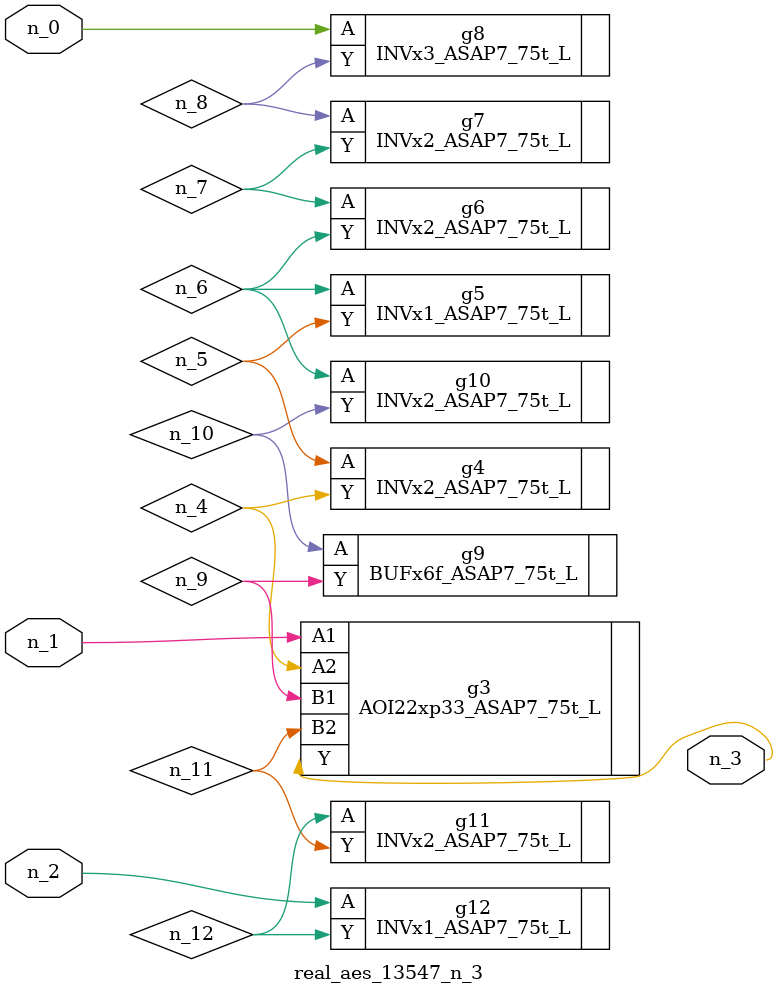
<source format=v>
module real_aes_13547_n_3 (n_0, n_2, n_1, n_3);
input n_0;
input n_2;
input n_1;
output n_3;
wire n_4;
wire n_5;
wire n_7;
wire n_9;
wire n_6;
wire n_8;
wire n_12;
wire n_10;
wire n_11;
INVx3_ASAP7_75t_L g8 ( .A(n_0), .Y(n_8) );
AOI22xp33_ASAP7_75t_L g3 ( .A1(n_1), .A2(n_4), .B1(n_9), .B2(n_11), .Y(n_3) );
INVx1_ASAP7_75t_L g12 ( .A(n_2), .Y(n_12) );
INVx2_ASAP7_75t_L g4 ( .A(n_5), .Y(n_4) );
INVx1_ASAP7_75t_L g5 ( .A(n_6), .Y(n_5) );
INVx2_ASAP7_75t_L g10 ( .A(n_6), .Y(n_10) );
INVx2_ASAP7_75t_L g6 ( .A(n_7), .Y(n_6) );
INVx2_ASAP7_75t_L g7 ( .A(n_8), .Y(n_7) );
BUFx6f_ASAP7_75t_L g9 ( .A(n_10), .Y(n_9) );
INVx2_ASAP7_75t_L g11 ( .A(n_12), .Y(n_11) );
endmodule
</source>
